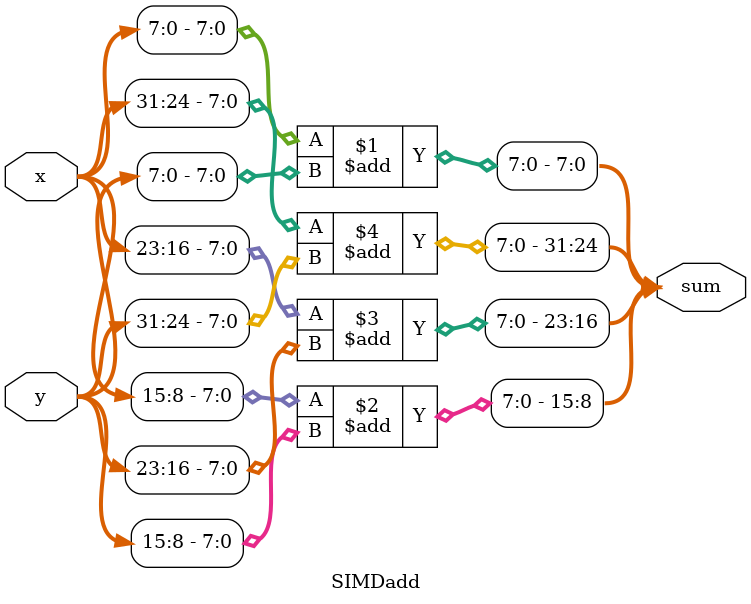
<source format=sv>
`timescale 1ns / 1ps


module SIMDadd(x, y, sum);
    input logic [31:0] x;
    input logic [31:0] y;
    output logic [31:0] sum;

    assign sum[7:0] = x[7:0] + y[7:0];
    assign sum[15:8] = x[15:8] + y[15:8];
    assign sum[23:16] = x[23:16] + y[23:16];
    assign sum[31:24] = x[31:24] + y[31:24];
        
endmodule

</source>
